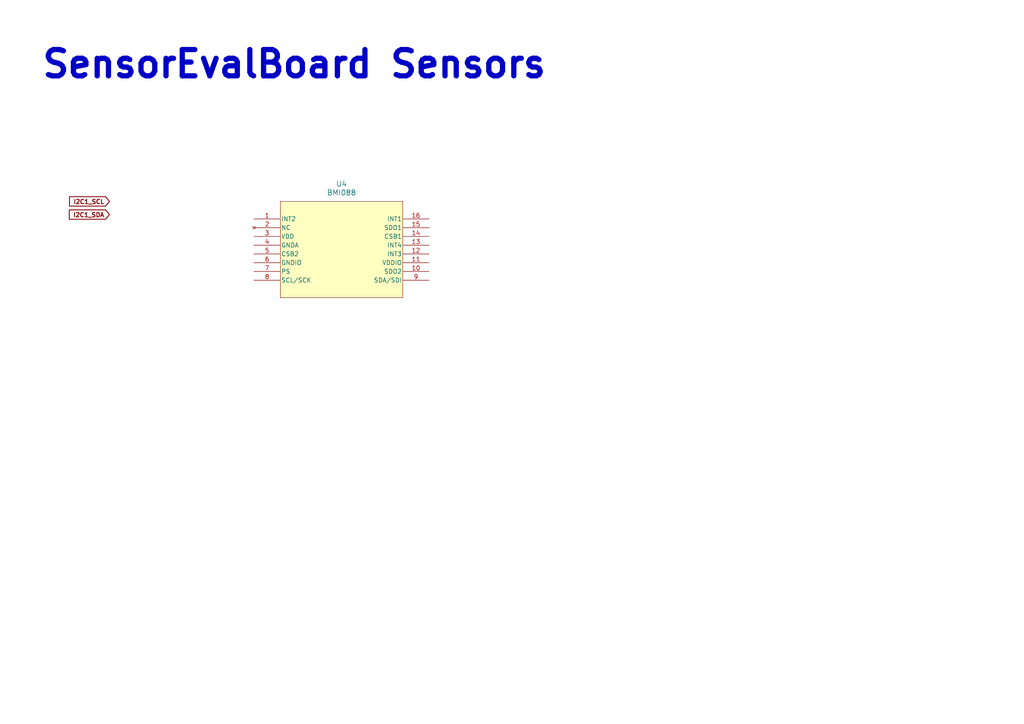
<source format=kicad_sch>
(kicad_sch (version 20250114) (generator "eeschema") (generator_version "9.0")
  (paper "A4")
  (lib_symbols
    (symbol "SensorEvalBoard_SymbolLib:BMI088" (pin_names (offset 0.254))
      (property "Reference" "U" (at 25.4 10.16 0))
      (property "Value" "BMI088" (at 25.4 7.62 0))
      (symbol "BMI088_0_1"
        (polyline (pts (xy 7.62 5.08) (xy 7.62 -22.86)) (stroke (width 0.127)))
        (polyline (pts (xy 7.62 -22.86) (xy 43.18 -22.86)) (stroke (width 0.127)))
        (polyline (pts (xy 43.18 5.08) (xy 7.62 5.08)) (stroke (width 0.127)))
        (polyline (pts (xy 43.18 -22.86) (xy 43.18 5.08)) (stroke (width 0.127)))
        (pin bidirectional line (at 0 0 0) (length 7.62) (name "INT2") (number "1"))
        (pin no_connect line (at 0 -2.54 0) (length 7.62) (name "NC") (number "2"))
        (pin power_in line (at 0 -5.08 0) (length 7.62) (name "VDD") (number "3"))
        (pin power_out line (at 0 -7.62 0) (length 7.62) (name "GNDA") (number "4"))
        (pin bidirectional line (at 0 -10.16 0) (length 7.62) (name "CSB2") (number "5"))
        (pin power_out line (at 0 -12.7 0) (length 7.62) (name "GNDIO") (number "6"))
        (pin unspecified line (at 0 -15.24 0) (length 7.62) (name "PS") (number "7"))
        (pin unspecified line (at 0 -17.78 0) (length 7.62) (name "SCL/SCK") (number "8"))
        (pin bidirectional line (at 50.8 0 180) (length 7.62) (name "INT1") (number "16"))
        (pin bidirectional line (at 50.8 -2.54 180) (length 7.62) (name "SDO1") (number "15"))
        (pin bidirectional line (at 50.8 -5.08 180) (length 7.62) (name "CSB1") (number "14"))
        (pin bidirectional line (at 50.8 -7.62 180) (length 7.62) (name "INT4") (number "13"))
        (pin bidirectional line (at 50.8 -10.16 180) (length 7.62) (name "INT3") (number "12"))
        (pin power_in line (at 50.8 -12.7 180) (length 7.62) (name "VDDIO") (number "11"))
        (pin bidirectional line (at 50.8 -15.24 180) (length 7.62) (name "SDO2") (number "10"))
        (pin unspecified line (at 50.8 -17.78 180) (length 7.62) (name "SDA/SDI") (number "9"))
      )
      (symbol "BMI088_1_1"
        (rectangle (start 7.62 5.08) (end 43.18 -22.86) (stroke (width -0.0001)) (fill (type color) (color 255 255 194 1)))
      )
    )
  )
  (text "SensorEvalBoard Sensors\n" (at 85.344 18.796 0) (effects (font (size 7.62 7.62) (thickness 1.524) (bold yes))))
  (global_label "I2C1_SCL" (shape input) (at 31.75 58.42 180) (effects (font (thickness 0.254) (bold yes))) (property "Intersheetrefs" "${INTERSHEET_REFS}" (effects (hide yes))))
  (global_label "I2C1_SDA" (shape input) (at 31.75 62.23 180) (effects (font (thickness 0.254) (bold yes))) (property "Intersheetrefs" "${INTERSHEET_REFS}" (effects (hide yes))))
  (symbol (lib_id "SensorEvalBoard_SymbolLib:BMI088") (at 73.66 63.5 0) (unit 1)
    (property "Reference" "U4" (at 99.06 53.34 0) (effects (font (size 1.524 1.524))))
    (property "Value" "BMI088" (at 99.06 55.88 0) (effects (font (size 1.524 1.524))))
    (property "Footprint" "QFN_BMI085_BOS" (effects (hide yes)))
    (property "Datasheet" "https://www.bosch-sensortec.com/media/boschsensortec/downloads/datasheets/bst-bmi088-ds001.pdf" (effects (hide yes)))
    (property "Description" "Inertial Measurement Unit" (effects (hide yes)))
    (property "LCSC Part #" "C194919" (effects (hide yes)))
  )
)
</source>
